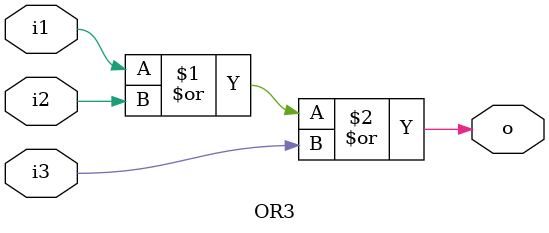
<source format=v>


module AND3(
input i1, // input 1
input i2, // input 2
input i3, // input 3
output o // output
);

assign o = i1&i2&i3;

endmodule

// ------------------------------------

// OR Gate Modules

module OR3(
input i1, // input 1
input i2, // input 2
input i3, // input 3
output o // output
);

assign o = i1|i2|i3;

endmodule

// END OF gates_3.v
// ------------------------------------
</source>
